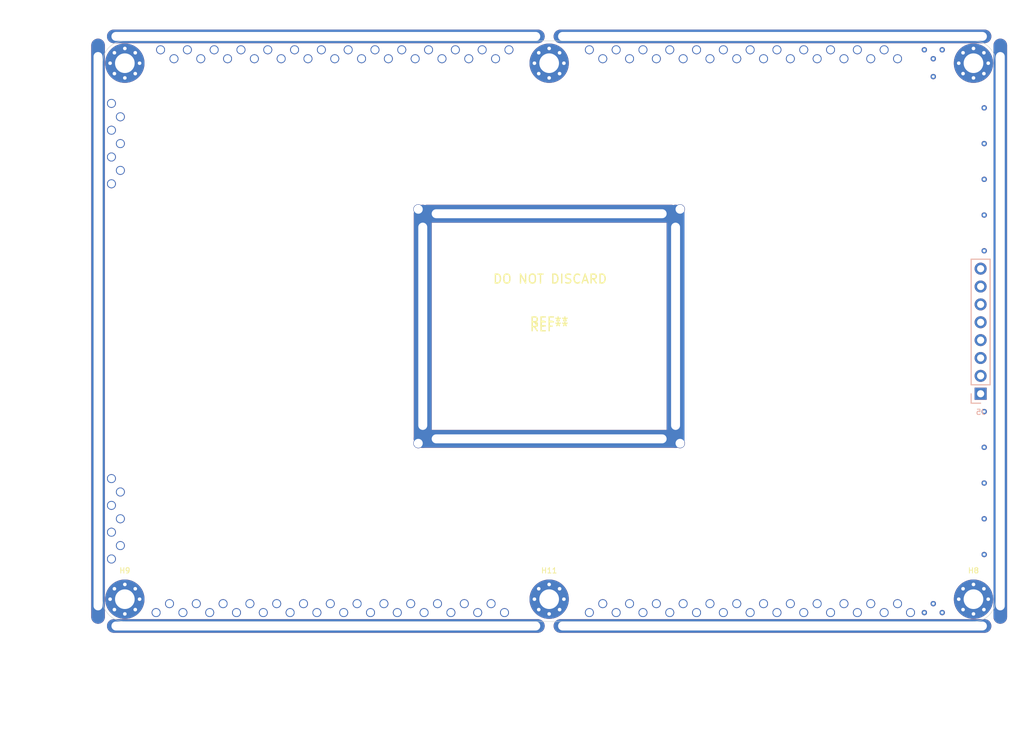
<source format=kicad_pcb>
(kicad_pcb (version 20210228) (generator pcbnew)
  (layers (0 "F.Cu" signal) (1 "In1.Cu" signal) (2 "In2.Cu" signal) (31 "B.Cu" signal) (34 "B.Paste" user) (35 "F.Paste" user) (36 "B.SilkS" user "B.Silkscreen") (37 "F.SilkS" user "F.Silkscreen") (38 "B.Mask" user) (39 "F.Mask" user) (44 "Edge.Cuts" user))
  (net 0 "")
  (net 1 "GND")
  (net 2 "+BATT")
  (net 3 "LS_WS_LDAT")
  (net 4 "LS_WS_SDAT")
  (net 5 "+3V3")
  (net 6 "Net-(D10-Pad1)")
  (net 7 "LS_LED_NTC")
  (net 8 "LS_LED_PWM")
  (net 9 "LS_WS_POWER")
  (footprint "MountingHole:MountingHole_2.2mm_M2_Pad_Via" (layer "F.Cu") (at 157.25 67.55)
    (fp_text reference "H10" hide)
    (fp_text value "MountingHole_Pad")
    (pad "1" thru_hole circle (at 1.166726 1.166726) (size 0.7 0.7) (drill 0.4) (layers *.Cu *.Mask) (net 1 "GND"))
    (pad "1" thru_hole circle (at 0 -1.65) (size 0.7 0.7) (drill 0.4) (layers *.Cu *.Mask) (net 1 "GND"))
    (pad "1" thru_hole circle (at 1.65 0) (size 0.7 0.7) (drill 0.4) (layers *.Cu *.Mask) (net 1 "GND"))
    (pad "1" thru_hole circle (at -1.166726 -1.166726) (size 0.7 0.7) (drill 0.4) (layers *.Cu *.Mask) (net 1 "GND"))
    (pad "1" thru_hole circle (at -1.166726 1.166726) (size 0.7 0.7) (drill 0.4) (layers *.Cu *.Mask) (net 1 "GND"))
    (pad "1" thru_hole circle (at -1.65 0) (size 0.7 0.7) (drill 0.4) (layers *.Cu *.Mask) (net 1 "GND"))
    (pad "1" thru_hole circle (at 1.166726 -1.166726) (size 0.7 0.7) (drill 0.4) (layers *.Cu *.Mask) (net 1 "GND"))
    (pad "1" thru_hole circle (at 0 1.65) (size 0.7 0.7) (drill 0.4) (layers *.Cu *.Mask) (net 1 "GND"))
    (pad "1" thru_hole circle (at 0 0) (size 4.4 4.4) (drill 2.2) (layers *.Cu *.Mask) (net 1 "GND"))
  )
  (footprint "MountingHole:MountingHole_2.2mm_M2_Pad_Via" (layer "F.Cu") (at 157.25 127.55)
    (fp_text reference "H9" (at 0 -3.2) (layer "F.SilkS") (effects (font (size 0.6 0.6) (thickness 0.1))))
    (fp_text value "MountingHole_Pad")
    (pad "1" thru_hole circle (at 1.166726 -1.166726) (size 0.7 0.7) (drill 0.4) (layers *.Cu *.Mask) (net 1 "GND"))
    (pad "1" thru_hole circle (at 0 0) (size 4.4 4.4) (drill 2.2) (layers *.Cu *.Mask) (net 1 "GND"))
    (pad "1" thru_hole circle (at 1.65 0) (size 0.7 0.7) (drill 0.4) (layers *.Cu *.Mask) (net 1 "GND"))
    (pad "1" thru_hole circle (at 0 -1.65) (size 0.7 0.7) (drill 0.4) (layers *.Cu *.Mask) (net 1 "GND"))
    (pad "1" thru_hole circle (at 0 1.65) (size 0.7 0.7) (drill 0.4) (layers *.Cu *.Mask) (net 1 "GND"))
    (pad "1" thru_hole circle (at 1.166726 1.166726) (size 0.7 0.7) (drill 0.4) (layers *.Cu *.Mask) (net 1 "GND"))
    (pad "1" thru_hole circle (at -1.166726 1.166726) (size 0.7 0.7) (drill 0.4) (layers *.Cu *.Mask) (net 1 "GND"))
    (pad "1" thru_hole circle (at -1.65 0) (size 0.7 0.7) (drill 0.4) (layers *.Cu *.Mask) (net 1 "GND"))
    (pad "1" thru_hole circle (at -1.166726 -1.166726) (size 0.7 0.7) (drill 0.4) (layers *.Cu *.Mask) (net 1 "GND"))
  )
  (footprint "lt_foots:PTH-Tft-Display" (layer "F.Cu") (at 204.75 97)
    (fp_text reference "REF**" (at 0 -0.5 unlocked) (layer "F.SilkS"))
    (fp_text value "Hole_29_21")
    (fp_text user "DO NOT DISCARD" (at 0.1 -5.3 unlocked) (layer "F.SilkS"))
    (pad "1" thru_hole circle (at 14.65 -13.1) (size 1.1 1.1) (drill 1) (layers *.Cu *.Mask))
    (pad "1" thru_hole oval (at -14.15 0 90) (size 27.2 2) (drill oval 23.2 1) (layers *.Cu *.Mask))
    (pad "1" thru_hole oval (at 0 -12.6 180) (size 29.3 2) (drill oval 26.3 1) (layers *.Cu *.Mask))
    (pad "1" thru_hole circle (at -14.65 -13.1) (size 1.1 1.1) (drill 1) (layers *.Cu *.Mask))
    (pad "1" thru_hole oval (at 14.15 0 270) (size 27.2 2) (drill oval 23.2 1) (layers *.Cu *.Mask))
    (pad "1" thru_hole circle (at -14.65 13.1) (size 1.1 1.1) (drill 1) (layers *.Cu *.Mask))
    (pad "1" thru_hole circle (at 14.65 13.1) (size 1.1 1.1) (drill 1) (layers *.Cu *.Mask))
    (pad "1" thru_hole oval (at 0 12.6) (size 30.3 2) (drill oval 26.3 1) (layers *.Cu *.Mask))
  )
  (footprint "MountingHole:MountingHole_2.2mm_M2_Pad_Via" (layer "F.Cu") (at 204.75 67.55)
    (fp_text reference "H7" hide)
    (fp_text value "MountingHole_Pad")
    (pad "1" thru_hole circle (at -1.166726 1.166726) (size 0.7 0.7) (drill 0.4) (layers *.Cu *.Mask) (net 2 "+BATT"))
    (pad "1" thru_hole circle (at 1.166726 1.166726) (size 0.7 0.7) (drill 0.4) (layers *.Cu *.Mask) (net 2 "+BATT"))
    (pad "1" thru_hole circle (at -1.65 0) (size 0.7 0.7) (drill 0.4) (layers *.Cu *.Mask) (net 2 "+BATT"))
    (pad "1" thru_hole circle (at 0 1.65) (size 0.7 0.7) (drill 0.4) (layers *.Cu *.Mask) (net 2 "+BATT"))
    (pad "1" thru_hole circle (at 0 0) (size 4.4 4.4) (drill 2.2) (layers *.Cu *.Mask) (net 2 "+BATT"))
    (pad "1" thru_hole circle (at 1.65 0) (size 0.7 0.7) (drill 0.4) (layers *.Cu *.Mask) (net 2 "+BATT"))
    (pad "1" thru_hole circle (at 0 -1.65) (size 0.7 0.7) (drill 0.4) (layers *.Cu *.Mask) (net 2 "+BATT"))
    (pad "1" thru_hole circle (at -1.166726 -1.166726) (size 0.7 0.7) (drill 0.4) (layers *.Cu *.Mask) (net 2 "+BATT"))
    (pad "1" thru_hole circle (at 1.166726 -1.166726) (size 0.7 0.7) (drill 0.4) (layers *.Cu *.Mask) (net 2 "+BATT"))
  )
  (footprint "MountingHole:MountingHole_2.2mm_M2_Pad_Via" (layer "F.Cu") (at 204.75 127.55)
    (fp_text reference "H11" (at 0 -3.2) (layer "F.SilkS") (effects (font (size 0.6 0.6) (thickness 0.1))))
    (fp_text value "MountingHole_Pad")
    (pad "1" thru_hole circle (at -1.166726 1.166726) (size 0.7 0.7) (drill 0.4) (layers *.Cu *.Mask) (net 2 "+BATT"))
    (pad "1" thru_hole circle (at 1.166726 1.166726) (size 0.7 0.7) (drill 0.4) (layers *.Cu *.Mask) (net 2 "+BATT"))
    (pad "1" thru_hole circle (at -1.166726 -1.166726) (size 0.7 0.7) (drill 0.4) (layers *.Cu *.Mask) (net 2 "+BATT"))
    (pad "1" thru_hole circle (at 1.166726 -1.166726) (size 0.7 0.7) (drill 0.4) (layers *.Cu *.Mask) (net 2 "+BATT"))
    (pad "1" thru_hole circle (at 1.65 0) (size 0.7 0.7) (drill 0.4) (layers *.Cu *.Mask) (net 2 "+BATT"))
    (pad "1" thru_hole circle (at -1.65 0) (size 0.7 0.7) (drill 0.4) (layers *.Cu *.Mask) (net 2 "+BATT"))
    (pad "1" thru_hole circle (at 0 -1.65) (size 0.7 0.7) (drill 0.4) (layers *.Cu *.Mask) (net 2 "+BATT"))
    (pad "1" thru_hole circle (at 0 1.65) (size 0.7 0.7) (drill 0.4) (layers *.Cu *.Mask) (net 2 "+BATT"))
    (pad "1" thru_hole circle (at 0 0) (size 4.4 4.4) (drill 2.2) (layers *.Cu *.Mask) (net 2 "+BATT"))
  )
  (footprint "MountingHole:MountingHole_2.2mm_M2_Pad_Via" (layer "F.Cu") (at 252.25 67.55 180)
    (fp_text reference "H12" hide)
    (fp_text value "MountingHole_Pad")
    (pad "1" thru_hole circle (at 1.166726 1.166726 180) (size 0.7 0.7) (drill 0.4) (layers *.Cu *.Mask) (net 1 "GND"))
    (pad "1" thru_hole circle (at 0 1.65 180) (size 0.7 0.7) (drill 0.4) (layers *.Cu *.Mask) (net 1 "GND"))
    (pad "1" thru_hole circle (at 0 0 180) (size 4.4 4.4) (drill 2.2) (layers *.Cu *.Mask) (net 1 "GND"))
    (pad "1" thru_hole circle (at 0 -1.65 180) (size 0.7 0.7) (drill 0.4) (layers *.Cu *.Mask) (net 1 "GND"))
    (pad "1" thru_hole circle (at 1.65 0 180) (size 0.7 0.7) (drill 0.4) (layers *.Cu *.Mask) (net 1 "GND"))
    (pad "1" thru_hole circle (at 1.166726 -1.166726 180) (size 0.7 0.7) (drill 0.4) (layers *.Cu *.Mask) (net 1 "GND"))
    (pad "1" thru_hole circle (at -1.65 0 180) (size 0.7 0.7) (drill 0.4) (layers *.Cu *.Mask) (net 1 "GND"))
    (pad "1" thru_hole circle (at -1.166726 -1.166726 180) (size 0.7 0.7) (drill 0.4) (layers *.Cu *.Mask) (net 1 "GND"))
    (pad "1" thru_hole circle (at -1.166726 1.166726 180) (size 0.7 0.7) (drill 0.4) (layers *.Cu *.Mask) (net 1 "GND"))
  )
  (footprint "lt_foots:PTH-Frame-100x65" (layer "F.Cu") (at 204.75 97.55)
    (fp_text reference "REF**" (at 0 -0.5 unlocked) (layer "F.SilkS"))
    (fp_text value "PTH-Frame-100x65")
    (pad "1" thru_hole oval (at 25 33 180) (size 49 1.524) (drill oval 48 1) (layers *.Cu *.Mask))
    (pad "1" thru_hole oval (at 25 -33) (size 49 1.524) (drill oval 48 1) (layers *.Cu *.Mask))
    (pad "1" thru_hole oval (at -25 33 180) (size 49 1.524) (drill oval 48 1) (layers *.Cu *.Mask))
    (pad "1" thru_hole oval (at -50.5 0 90) (size 65.5 1.524) (drill oval 62.5 1) (layers *.Cu *.Mask))
    (pad "1" thru_hole oval (at -25 -33) (size 49 1.524) (drill oval 48 1) (layers *.Cu *.Mask))
    (pad "1" thru_hole oval (at 50.5 0 270) (size 65.5 1.524) (drill oval 62.5 1) (layers *.Cu *.Mask))
  )
  (footprint "MountingHole:MountingHole_2.2mm_M2_Pad_Via" (layer "F.Cu") (at 252.25 127.55)
    (fp_text reference "H8" (at 0 -3.2) (layer "F.SilkS") (effects (font (size 0.6 0.6) (thickness 0.1))))
    (fp_text value "MountingHole_Pad")
    (pad "1" thru_hole circle (at 1.65 0) (size 0.7 0.7) (drill 0.4) (layers *.Cu *.Mask) (net 1 "GND"))
    (pad "1" thru_hole circle (at 1.166726 -1.166726) (size 0.7 0.7) (drill 0.4) (layers *.Cu *.Mask) (net 1 "GND"))
    (pad "1" thru_hole circle (at -1.166726 1.166726) (size 0.7 0.7) (drill 0.4) (layers *.Cu *.Mask) (net 1 "GND"))
    (pad "1" thru_hole circle (at 0 1.65) (size 0.7 0.7) (drill 0.4) (layers *.Cu *.Mask) (net 1 "GND"))
    (pad "1" thru_hole circle (at 0 -1.65) (size 0.7 0.7) (drill 0.4) (layers *.Cu *.Mask) (net 1 "GND"))
    (pad "1" thru_hole circle (at 1.166726 1.166726) (size 0.7 0.7) (drill 0.4) (layers *.Cu *.Mask) (net 1 "GND"))
    (pad "1" thru_hole circle (at -1.65 0) (size 0.7 0.7) (drill 0.4) (layers *.Cu *.Mask) (net 1 "GND"))
    (pad "1" thru_hole circle (at 0 0) (size 4.4 4.4) (drill 2.2) (layers *.Cu *.Mask) (net 1 "GND"))
    (pad "1" thru_hole circle (at -1.166726 -1.166726) (size 0.7 0.7) (drill 0.4) (layers *.Cu *.Mask) (net 1 "GND"))
  )
  (footprint "Connector_PinHeader_2.00mm:PinHeader_1x08_P2.00mm_Vertical" (layer "B.Cu") (at 253.05 104.55)
    (fp_text reference "J5" (at 0 2.06) (layer "B.SilkS") (effects (font (size 0.6 0.6) (thickness 0.1)) (justify mirror)))
    (fp_text value "Conn_01x08_Female")
    (fp_line (start 1.06 -1) (end 1.06 -15.06) (layer "B.SilkS") (width 0.12))
    (fp_line (start -1.06 -1) (end -1.06 -15.06) (layer "B.SilkS") (width 0.12))
    (fp_line (start -1.06 -1) (end 1.06 -1) (layer "B.SilkS") (width 0.12))
    (fp_line (start -1.06 -15.06) (end 1.06 -15.06) (layer "B.SilkS") (width 0.12))
    (fp_line (start -1.06 0) (end -1.06 1.06) (layer "B.SilkS") (width 0.12))
    (fp_line (start -1.06 1.06) (end 0 1.06) (layer "B.SilkS") (width 0.12))
    (pad "1" thru_hole rect (at 0 0) (size 1.35 1.35) (drill 0.8) (layers *.Cu *.Mask) (net 1 "GND"))
    (pad "2" thru_hole oval (at 0 -2) (size 1.35 1.35) (drill 0.8) (layers *.Cu *.Mask) (net 8 "LS_LED_PWM"))
    (pad "3" thru_hole oval (at 0 -4) (size 1.35 1.35) (drill 0.8) (layers *.Cu *.Mask) (net 5 "+3V3"))
    (pad "4" thru_hole oval (at 0 -6) (size 1.35 1.35) (drill 0.8) (layers *.Cu *.Mask) (net 7 "LS_LED_NTC"))
    (pad "5" thru_hole oval (at 0 -8) (size 1.35 1.35) (drill 0.8) (layers *.Cu *.Mask) (net 1 "GND"))
    (pad "6" thru_hole oval (at 0 -10) (size 1.35 1.35) (drill 0.8) (layers *.Cu *.Mask) (net 4 "LS_WS_SDAT"))
    (pad "7" thru_hole oval (at 0 -12) (size 1.35 1.35) (drill 0.8) (layers *.Cu *.Mask) (net 3 "LS_WS_LDAT"))
    (pad "8" thru_hole oval (at 0 -14) (size 1.35 1.35) (drill 0.8) (layers *.Cu *.Mask) (net 9 "LS_WS_POWER"))
  )
  (gr_line (start 252.25 65.05) (end 157.25 65.05) (layer "Edge.Cuts") (width 0.05))
  (gr_arc (start 252.25 67.55) (end 254.75 67.55) (angle -90) (layer "Edge.Cuts") (width 0.05))
  (gr_arc (start 252.25 127.55) (end 252.25 130.05) (angle -90) (layer "Edge.Cuts") (width 0.05))
  (gr_line (start 254.75 127.55) (end 254.75 67.55) (layer "Edge.Cuts") (width 0.05))
  (gr_arc (start 157.25 67.55) (end 157.25 65.05) (angle -90) (layer "Edge.Cuts") (width 0.05))
  (gr_line (start 157.25 130.05) (end 252.25 130.05) (layer "Edge.Cuts") (width 0.05))
  (gr_line (start 154.75 67.55) (end 154.75 127.55) (layer "Edge.Cuts") (width 0.05))
  (gr_arc (start 157.25 127.55) (end 154.75 127.55) (angle -90) (layer "Edge.Cuts") (width 0.05))
  (via (at 248.75 129.05) (size 0.6) (drill 0.3) (layers "F.Cu" "B.Cu") (net 1))
  (via (at 253.45 122.55) (size 0.6) (drill 0.3) (layers "F.Cu" "B.Cu") (net 1))
  (via (at 248.75 66.05) (size 0.6) (drill 0.3) (layers "F.Cu" "B.Cu") (net 1))
  (via (at 247.75 67.05) (size 0.6) (drill 0.3) (layers "F.Cu" "B.Cu") (net 1))
  (via (at 247.75 69.05) (size 0.6) (drill 0.3) (layers "F.Cu" "B.Cu") (net 1))
  (via (at 246.75 129.05) (size 0.6) (drill 0.3) (layers "F.Cu" "B.Cu") (net 1))
  (via (at 247.75 128.05) (size 0.6) (drill 0.3) (layers "F.Cu" "B.Cu") (net 1))
  (via (at 253.45 114.55) (size 0.6) (drill 0.3) (layers "F.Cu" "B.Cu") (net 1))
  (via (at 253.45 84.55) (size 0.6) (drill 0.3) (layers "F.Cu" "B.Cu") (net 1))
  (via (at 253.45 110.55) (size 0.6) (drill 0.3) (layers "F.Cu" "B.Cu") (net 1))
  (via (at 253.45 76.55) (size 0.6) (drill 0.3) (layers "F.Cu" "B.Cu") (net 1))
  (via (at 253.45 118.55) (size 0.6) (drill 0.3) (layers "F.Cu" "B.Cu") (net 1))
  (via (at 253.45 106.55) (size 0.6) (drill 0.3) (layers "F.Cu" "B.Cu") (net 1))
  (via (at 246.75 66.05) (size 0.6) (drill 0.3) (layers "F.Cu" "B.Cu") (net 1))
  (via (at 253.45 80.55) (size 0.6) (drill 0.3) (layers "F.Cu" "B.Cu") (net 1))
  (via (at 253.45 72.55) (size 0.6) (drill 0.3) (layers "F.Cu" "B.Cu") (net 1))
  (via (at 253.45 88.55) (size 0.6) (drill 0.3) (layers "F.Cu" "B.Cu") (net 1))
  (via (at 180.25 128.05) (size 1) (drill 0.8) (layers "F.Cu" "B.Cu") (net 6))
  (via (at 196.75 129.05) (size 1) (drill 0.8) (layers "F.Cu" "B.Cu") (net 6))
  (via (at 168.75 67.05) (size 1) (drill 0.8) (layers "F.Cu" "B.Cu") (net 6))
  (via (at 164.25 66.05) (size 1) (drill 0.8) (layers "F.Cu" "B.Cu") (net 6))
  (via (at 236.25 129.05) (size 1) (drill 0.8) (layers "F.Cu" "B.Cu") (net 6))
  (via (at 221.25 66.05) (size 1) (drill 0.8) (layers "F.Cu" "B.Cu") (net 6))
  (via (at 245.2 129.05) (size 1) (drill 0.8) (layers "F.Cu" "B.Cu") (net 6))
  (via (at 156.75 121.55) (size 1) (drill 0.8) (layers "F.Cu" "B.Cu") (net 6))
  (via (at 225.75 128.05) (size 1) (drill 0.8) (layers "F.Cu" "B.Cu") (net 6))
  (via (at 215.25 129.05) (size 1) (drill 0.8) (layers "F.Cu" "B.Cu") (net 6))
  (via (at 180.75 67.05) (size 1) (drill 0.8) (layers "F.Cu" "B.Cu") (net 6))
  (via (at 177.25 128.05) (size 1) (drill 0.8) (layers "F.Cu" "B.Cu") (net 6))
  (via (at 155.75 120.05) (size 1) (drill 0.8) (layers "F.Cu" "B.Cu") (net 6))
  (via (at 182.25 66.05) (size 1) (drill 0.8) (layers "F.Cu" "B.Cu") (net 6))
  (via (at 156.75 118.55) (size 1) (drill 0.8) (layers "F.Cu" "B.Cu") (net 6))
  (via (at 209.25 66.05) (size 1) (drill 0.8) (layers "F.Cu" "B.Cu") (net 6))
  (via (at 228.75 67.05) (size 1) (drill 0.8) (layers "F.Cu" "B.Cu") (net 6))
  (via (at 155.75 78.05) (size 1) (drill 0.8) (layers "F.Cu" "B.Cu") (net 6))
  (via (at 221.25 129.05) (size 1) (drill 0.8) (layers "F.Cu" "B.Cu") (net 6))
  (via (at 174.75 67.05) (size 1) (drill 0.8) (layers "F.Cu" "B.Cu") (net 6))
  (via (at 160.75 129.05) (size 1) (drill 0.8) (layers "F.Cu" "B.Cu") (net 6))
  (via (at 233.25 129.05) (size 1) (drill 0.8) (layers "F.Cu" "B.Cu") (net 6))
  (via (at 174.25 128.05) (size 1) (drill 0.8) (layers "F.Cu" "B.Cu") (net 6))
  (via (at 230.25 129.05) (size 1) (drill 0.8) (layers "F.Cu" "B.Cu") (net 6))
  (via (at 192.75 67.05) (size 1) (drill 0.8) (layers "F.Cu" "B.Cu") (net 6))
  (via (at 200.25 66.05) (size 1) (drill 0.8) (layers "F.Cu" "B.Cu") (net 6))
  (via (at 194.25 66.05) (size 1) (drill 0.8) (layers "F.Cu" "B.Cu") (net 6))
  (via (at 210.75 67.05) (size 1) (drill 0.8) (layers "F.Cu" "B.Cu") (net 6))
  (via (at 212.25 129.05) (size 1) (drill 0.8) (layers "F.Cu" "B.Cu") (net 6))
  (via (at 168.25 128.05) (size 1) (drill 0.8) (layers "F.Cu" "B.Cu") (net 6))
  (via (at 224.25 66.05) (size 1) (drill 0.8) (layers "F.Cu" "B.Cu") (net 6))
  (via (at 234.75 128.05) (size 1) (drill 0.8) (layers "F.Cu" "B.Cu") (net 6))
  (via (at 162.25 128.05) (size 1) (drill 0.8) (layers "F.Cu" "B.Cu") (net 6))
  (via (at 156.75 73.55) (size 1) (drill 0.8) (layers "F.Cu" "B.Cu") (net 6))
  (via (at 227.25 129.05) (size 1) (drill 0.8) (layers "F.Cu" "B.Cu") (net 6))
  (via (at 156.75 79.55) (size 1) (drill 0.8) (layers "F.Cu" "B.Cu") (net 6))
  (via (at 240.75 67.05) (size 1) (drill 0.8) (layers "F.Cu" "B.Cu") (net 6))
  (via (at 230.25 66.05) (size 1) (drill 0.8) (layers "F.Cu" "B.Cu") (net 6))
  (via (at 178.75 129.05) (size 1) (drill 0.8) (layers "F.Cu" "B.Cu") (net 6))
  (via (at 237.75 128.05) (size 1) (drill 0.8) (layers "F.Cu" "B.Cu") (net 6))
  (via (at 181.75 129.05) (size 1) (drill 0.8) (layers "F.Cu" "B.Cu") (net 6))
  (via (at 155.75 75.05) (size 1) (drill 0.8) (layers "F.Cu" "B.Cu") (net 6))
  (via (at 197.25 66.05) (size 1) (drill 0.8) (layers "F.Cu" "B.Cu") (net 6))
  (via (at 192.25 128.05) (size 1) (drill 0.8) (layers "F.Cu" "B.Cu") (net 6))
  (via (at 155.75 72.05) (size 1) (drill 0.8) (layers "F.Cu" "B.Cu") (net 6))
  (via (at 155.75 81.05) (size 1) (drill 0.8) (layers "F.Cu" "B.Cu") (net 6))
  (via (at 243.75 128.05) (size 1) (drill 0.8) (layers "F.Cu" "B.Cu") (net 6))
  (via (at 179.25 66.05) (size 1) (drill 0.8) (layers "F.Cu" "B.Cu") (net 6))
  (via (at 225.75 67.05) (size 1) (drill 0.8) (layers "F.Cu" "B.Cu") (net 6))
  (via (at 156.75 76.55) (size 1) (drill 0.8) (layers "F.Cu" "B.Cu") (net 6))
  (via (at 242.25 66.05) (size 1) (drill 0.8) (layers "F.Cu" "B.Cu") (net 6))
  (via (at 184.75 129.05) (size 1) (drill 0.8) (layers "F.Cu" "B.Cu") (net 6))
  (via (at 163.75 129.05) (size 1) (drill 0.8) (layers "F.Cu" "B.Cu") (net 6))
  (via (at 189.25 128.05) (size 1) (drill 0.8) (layers "F.Cu" "B.Cu") (net 6))
  (via (at 216.75 67.05) (size 1) (drill 0.8) (layers "F.Cu" "B.Cu") (net 6))
  (via (at 183.75 67.05) (size 1) (drill 0.8) (layers "F.Cu" "B.Cu") (net 6))
  (via (at 155.75 114.05) (size 1) (drill 0.8) (layers "F.Cu" "B.Cu") (net 6))
  (via (at 218.25 66.05) (size 1) (drill 0.8) (layers "F.Cu" "B.Cu") (net 6))
  (via (at 198.25 128.05) (size 1) (drill 0.8) (layers "F.Cu" "B.Cu") (net 6))
  (via (at 185.25 66.05) (size 1) (drill 0.8) (layers "F.Cu" "B.Cu") (net 6))
  (via (at 231.75 67.05) (size 1) (drill 0.8) (layers "F.Cu" "B.Cu") (net 6))
  (via (at 213.75 67.05) (size 1) (drill 0.8) (layers "F.Cu" "B.Cu") (net 6))
  (via (at 176.25 66.05) (size 1) (drill 0.8) (layers "F.Cu" "B.Cu") (net 6))
  (via (at 227.25 66.05) (size 1) (drill 0.8) (layers "F.Cu" "B.Cu") (net 6))
  (via (at 177.75 67.05) (size 1) (drill 0.8) (layers "F.Cu" "B.Cu") (net 6))
  (via (at 189.75 67.05) (size 1) (drill 0.8) (layers "F.Cu" "B.Cu") (net 6))
  (via (at 171.75 67.05) (size 1) (drill 0.8) (layers "F.Cu" "B.Cu") (net 6))
  (via (at 165.25 128.05) (size 1) (drill 0.8) (layers "F.Cu" "B.Cu") (net 6))
  (via (at 199.75 129.05) (size 1) (drill 0.8) (layers "F.Cu" "B.Cu") (net 6))
  (via (at 170.25 66.05) (size 1) (drill 0.8) (layers "F.Cu" "B.Cu") (net 6))
  (via (at 240.75 128.05) (size 1) (drill 0.8) (layers "F.Cu" "B.Cu") (net 6))
  (via (at 166.75 129.05) (size 1) (drill 0.8) (layers "F.Cu" "B.Cu") (net 6))
  (via (at 172.75 129.05) (size 1) (drill 0.8) (layers "F.Cu" "B.Cu") (net 6))
  (via (at 155.75 123.05) (size 1) (drill 0.8) (layers "F.Cu" "B.Cu") (net 6))
  (via (at 190.75 129.05) (size 1) (drill 0.8) (layers "F.Cu" "B.Cu") (net 6))
  (via (at 213.75 128.05) (size 1) (drill 0.8) (layers "F.Cu" "B.Cu") (net 6))
  (via (at 165.75 67.05) (size 1) (drill 0.8) (layers "F.Cu" "B.Cu") (net 6))
  (via (at 228.75 128.05) (size 1) (drill 0.8) (layers "F.Cu" "B.Cu") (net 6))
  (via (at 183.25 128.05) (size 1) (drill 0.8) (layers "F.Cu" "B.Cu") (net 6))
  (via (at 193.75 129.05) (size 1) (drill 0.8) (layers "F.Cu" "B.Cu") (net 6))
  (via (at 212.25 66.05) (size 1) (drill 0.8) (layers "F.Cu" "B.Cu") (net 6))
  (via (at 222.75 128.05) (size 1) (drill 0.8) (layers "F.Cu" "B.Cu") (net 6))
  (via (at 167.25 66.05) (size 1) (drill 0.8) (layers "F.Cu" "B.Cu") (net 6))
  (via (at 175.75 129.05) (size 1) (drill 0.8) (layers "F.Cu" "B.Cu") (net 6))
  (via (at 215.25 66.05) (size 1) (drill 0.8) (layers "F.Cu" "B.Cu") (net 6))
  (via (at 219.75 67.05) (size 1) (drill 0.8) (layers "F.Cu" "B.Cu") (net 6))
  (via (at 171.25 128.05) (size 1) (drill 0.8) (layers "F.Cu" "B.Cu") (net 6))
  (via (at 210.75 128.05) (size 1) (drill 0.8) (layers "F.Cu" "B.Cu") (net 6))
  (via (at 187.75 129.05) (size 1) (drill 0.8) (layers "F.Cu" "B.Cu") (net 6))
  (via (at 198.75 67.05) (size 1) (drill 0.8) (layers "F.Cu" "B.Cu") (net 6))
  (via (at 231.75 128.05) (size 1) (drill 0.8) (layers "F.Cu" "B.Cu") (net 6))
  (via (at 188.25 66.05) (size 1) (drill 0.8) (layers "F.Cu" "B.Cu") (net 6))
  (via (at 224.25 129.05) (size 1) (drill 0.8) (layers "F.Cu" "B.Cu") (net 6))
  (via (at 237.75 67.05) (size 1) (drill 0.8) (layers "F.Cu" "B.Cu") (net 6))
  (via (at 233.25 66.05) (size 1) (drill 0.8) (layers "F.Cu" "B.Cu") (net 6))
  (via (at 173.25 66.05) (size 1) (drill 0.8) (layers "F.Cu" "B.Cu") (net 6))
  (via (at 243.75 67.05) (size 1) (drill 0.8) (layers "F.Cu" "B.Cu") (net 6))
  (via (at 234.75 67.05) (size 1) (drill 0.8) (layers "F.Cu" "B.Cu") (net 6))
  (via (at 236.25 66.05) (size 1) (drill 0.8) (layers "F.Cu" "B.Cu") (net 6))
  (via (at 195.25 128.05) (size 1) (drill 0.8) (layers "F.Cu" "B.Cu") (net 6))
  (via (at 155.75 117.05) (size 1) (drill 0.8) (layers "F.Cu" "B.Cu") (net 6))
  (via (at 242.25 129.05) (size 1) (drill 0.8) (layers "F.Cu" "B.Cu") (net 6))
  (via (at 195.75 67.05) (size 1) (drill 0.8) (layers "F.Cu" "B.Cu") (net 6))
  (via (at 169.75 129.05) (size 1) (drill 0.8) (layers "F.Cu" "B.Cu") (net 6))
  (via (at 162.75 67.05) (size 1) (drill 0.8) (layers "F.Cu" "B.Cu") (net 6))
  (via (at 239.25 129.05) (size 1) (drill 0.8) (layers "F.Cu" "B.Cu") (net 6))
  (via (at 219.75 128.05) (size 1) (drill 0.8) (layers "F.Cu" "B.Cu") (net 6))
  (via (at 218.25 129.05) (size 1) (drill 0.8) (layers "F.Cu" "B.Cu") (net 6))
  (via (at 161.25 66.05) (size 1) (drill 0.8) (layers "F.Cu" "B.Cu") (net 6))
  (via (at 156.75 115.55) (size 1) (drill 0.8) (layers "F.Cu" "B.Cu") (net 6))
  (via (at 222.75 67.05) (size 1) (drill 0.8) (layers "F.Cu" "B.Cu") (net 6))
  (via (at 209.25 129.05) (size 1) (drill 0.8) (layers "F.Cu" "B.Cu") (net 6))
  (via (at 186.75 67.05) (size 1) (drill 0.8) (layers "F.Cu" "B.Cu") (net 6))
  (via (at 216.75 128.05) (size 1) (drill 0.8) (layers "F.Cu" "B.Cu") (net 6))
  (via (at 186.25 128.05) (size 1) (drill 0.8) (layers "F.Cu" "B.Cu") (net 6))
  (via (at 191.25 66.05) (size 1) (drill 0.8) (layers "F.Cu" "B.Cu") (net 6))
  (via (at 239.25 66.05) (size 1) (drill 0.8) (layers "F.Cu" "B.Cu") (net 6))
  (segment (start 253.075 90.725) (end 253.25 90.55) (width 0.25) (layer "F.Cu") (net 9))
)
</source>
